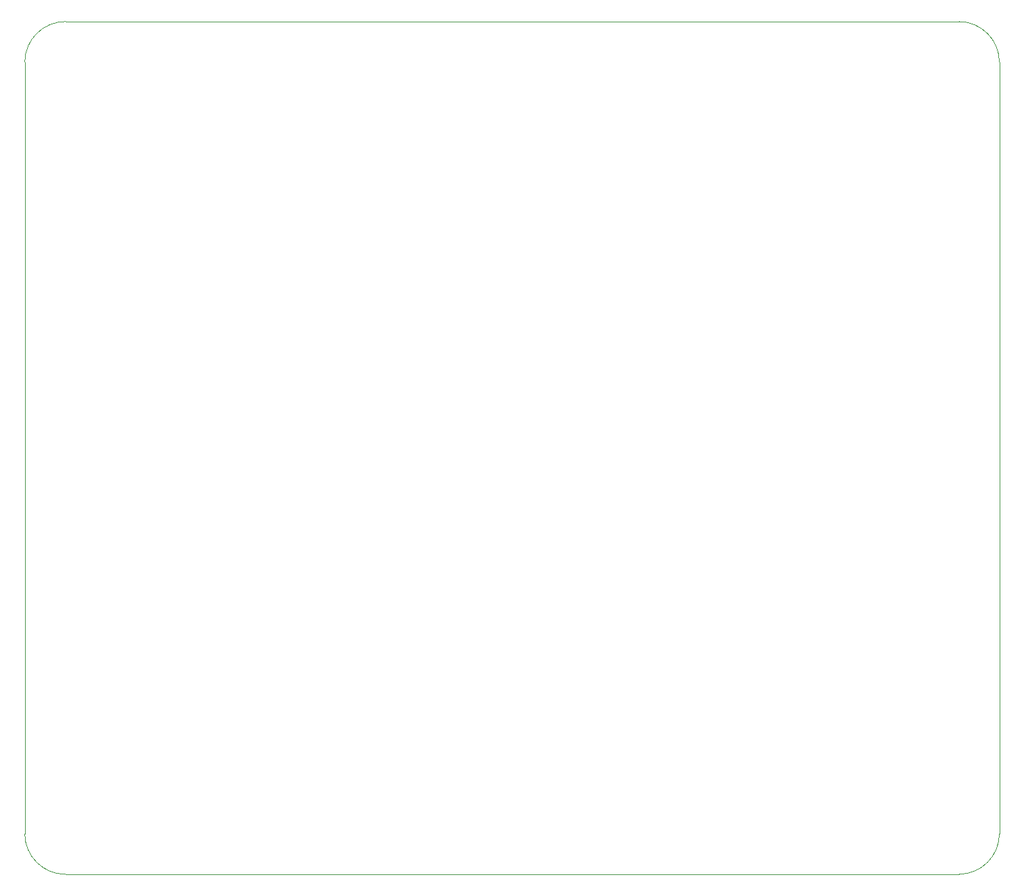
<source format=gbr>
%TF.GenerationSoftware,KiCad,Pcbnew,6.0.11-2627ca5db0~126~ubuntu22.04.1*%
%TF.CreationDate,2023-04-08T18:09:56+03:00*%
%TF.ProjectId,wt32-sc01_kicad,77743332-2d73-4633-9031-5f6b69636164,rev?*%
%TF.SameCoordinates,PXb0d48e0PY791ddc0*%
%TF.FileFunction,Profile,NP*%
%FSLAX46Y46*%
G04 Gerber Fmt 4.6, Leading zero omitted, Abs format (unit mm)*
G04 Created by KiCad (PCBNEW 6.0.11-2627ca5db0~126~ubuntu22.04.1) date 2023-04-08 18:09:56*
%MOMM*%
%LPD*%
G01*
G04 APERTURE LIST*
%TA.AperFunction,Profile*%
%ADD10C,0.100000*%
%TD*%
G04 APERTURE END LIST*
D10*
X-116840000Y106680000D02*
X-5080000Y106680000D01*
X-121920000Y5080000D02*
X-121920000Y101600000D01*
X-5080000Y0D02*
X-116840000Y0D01*
X0Y101600000D02*
X0Y5080000D01*
X-5080000Y0D02*
G75*
G03*
X0Y5080000I0J5080000D01*
G01*
X0Y101600000D02*
G75*
G03*
X-5080000Y106680000I-5080000J0D01*
G01*
X-116840000Y106680000D02*
G75*
G03*
X-121920000Y101600000I0J-5080000D01*
G01*
X-121920000Y5080000D02*
G75*
G03*
X-116840000Y0I5080000J0D01*
G01*
M02*

</source>
